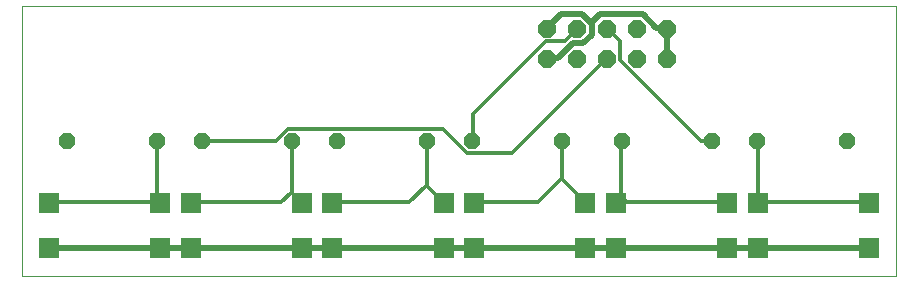
<source format=gtl>
G75*
%MOIN*%
%OFA0B0*%
%FSLAX25Y25*%
%IPPOS*%
%LPD*%
%AMOC8*
5,1,8,0,0,1.08239X$1,22.5*
%
%ADD10C,0.00000*%
%ADD11R,0.07087X0.07087*%
%ADD12OC8,0.06000*%
%ADD13OC8,0.05200*%
%ADD14C,0.02000*%
%ADD15C,0.01200*%
D10*
X0001000Y0001250D02*
X0001000Y0091211D01*
X0292339Y0091211D01*
X0292339Y0001250D01*
X0001000Y0001250D01*
D11*
X0010055Y0010699D03*
X0047063Y0010699D03*
X0057299Y0010699D03*
X0094307Y0010699D03*
X0104543Y0010699D03*
X0141551Y0010699D03*
X0151787Y0010699D03*
X0188795Y0010699D03*
X0199031Y0010699D03*
X0236039Y0010699D03*
X0246276Y0010699D03*
X0283283Y0010699D03*
X0283283Y0025659D03*
X0246276Y0025659D03*
X0236039Y0025659D03*
X0199031Y0025659D03*
X0188795Y0025659D03*
X0151787Y0025659D03*
X0141551Y0025659D03*
X0104543Y0025659D03*
X0094307Y0025659D03*
X0057299Y0025659D03*
X0047063Y0025659D03*
X0010055Y0025659D03*
D12*
X0176000Y0073750D03*
X0186000Y0073750D03*
X0196000Y0073750D03*
X0206000Y0073750D03*
X0216000Y0073750D03*
X0216000Y0083750D03*
X0206000Y0083750D03*
X0196000Y0083750D03*
X0186000Y0083750D03*
X0176000Y0083750D03*
D13*
X0181000Y0046250D03*
X0201000Y0046250D03*
X0231000Y0046250D03*
X0246000Y0046250D03*
X0276000Y0046250D03*
X0151000Y0046250D03*
X0136000Y0046250D03*
X0106000Y0046250D03*
X0091000Y0046250D03*
X0061000Y0046250D03*
X0046000Y0046250D03*
X0016000Y0046250D03*
D14*
X0010450Y0010700D02*
X0010055Y0010699D01*
X0010450Y0010700D02*
X0046900Y0010700D01*
X0047063Y0010699D01*
X0047800Y0010700D01*
X0057250Y0010700D01*
X0057299Y0010699D01*
X0058150Y0010700D01*
X0093700Y0010700D01*
X0094307Y0010699D01*
X0094600Y0010700D01*
X0104500Y0010700D01*
X0104543Y0010699D01*
X0105400Y0010700D01*
X0140950Y0010700D01*
X0141551Y0010699D01*
X0141850Y0010700D01*
X0151750Y0010700D01*
X0151787Y0010699D01*
X0152650Y0010700D01*
X0188200Y0010700D01*
X0188795Y0010699D01*
X0189100Y0010700D01*
X0199000Y0010700D01*
X0199031Y0010699D01*
X0199900Y0010700D01*
X0235450Y0010700D01*
X0236039Y0010699D01*
X0236350Y0010700D01*
X0246250Y0010700D01*
X0246276Y0010699D01*
X0247150Y0010700D01*
X0283150Y0010700D01*
X0283283Y0010699D01*
X0216000Y0073750D02*
X0216100Y0074150D01*
X0216100Y0083600D01*
X0216000Y0083750D01*
X0215200Y0084050D01*
X0212500Y0084050D01*
X0208000Y0088550D01*
X0193600Y0088550D01*
X0191350Y0086300D01*
X0190900Y0085400D01*
X0187750Y0088550D01*
X0180550Y0088550D01*
X0176050Y0084050D01*
X0176000Y0083750D01*
X0184600Y0079100D02*
X0188200Y0079100D01*
X0190900Y0081800D01*
X0190900Y0085400D01*
X0184600Y0079100D02*
X0179650Y0074150D01*
X0176050Y0074150D01*
X0176000Y0073750D01*
D15*
X0175600Y0079550D02*
X0181900Y0079550D01*
X0185950Y0083600D01*
X0186000Y0083750D01*
X0196000Y0083750D02*
X0196300Y0083600D01*
X0200350Y0079550D01*
X0200350Y0073250D01*
X0227350Y0046250D01*
X0231000Y0046250D01*
X0246000Y0046250D02*
X0246250Y0046250D01*
X0246250Y0026000D01*
X0246276Y0025659D01*
X0246700Y0026000D01*
X0283150Y0026000D01*
X0283283Y0025659D01*
X0236039Y0025659D02*
X0235900Y0026000D01*
X0202600Y0026000D01*
X0201250Y0027350D01*
X0199031Y0025659D01*
X0199450Y0026000D01*
X0200800Y0027350D01*
X0200800Y0046250D01*
X0201000Y0046250D01*
X0181000Y0046250D02*
X0181000Y0033650D01*
X0180550Y0033650D01*
X0172900Y0026000D01*
X0152200Y0026000D01*
X0151787Y0025659D01*
X0141551Y0025659D02*
X0141400Y0026000D01*
X0136000Y0031400D01*
X0135550Y0031400D01*
X0130150Y0026000D01*
X0104950Y0026000D01*
X0104543Y0025659D01*
X0094307Y0025659D02*
X0094150Y0026000D01*
X0091000Y0029150D01*
X0090550Y0029150D01*
X0087400Y0026000D01*
X0057700Y0026000D01*
X0057299Y0025659D01*
X0047063Y0025659D02*
X0045550Y0026900D01*
X0044650Y0026000D01*
X0010450Y0026000D01*
X0010055Y0025659D01*
X0046000Y0026900D02*
X0046900Y0026000D01*
X0047063Y0025659D01*
X0046000Y0026900D02*
X0046000Y0046250D01*
X0061000Y0046250D02*
X0085600Y0046250D01*
X0089650Y0050300D01*
X0141400Y0050300D01*
X0149500Y0042200D01*
X0164350Y0042200D01*
X0195850Y0073700D01*
X0196000Y0073750D01*
X0175600Y0079550D02*
X0151300Y0055250D01*
X0151300Y0046250D01*
X0151000Y0046250D01*
X0136000Y0046250D02*
X0136000Y0031400D01*
X0091000Y0029150D02*
X0091000Y0046250D01*
X0181000Y0033650D02*
X0188650Y0026000D01*
X0188795Y0025659D01*
M02*

</source>
